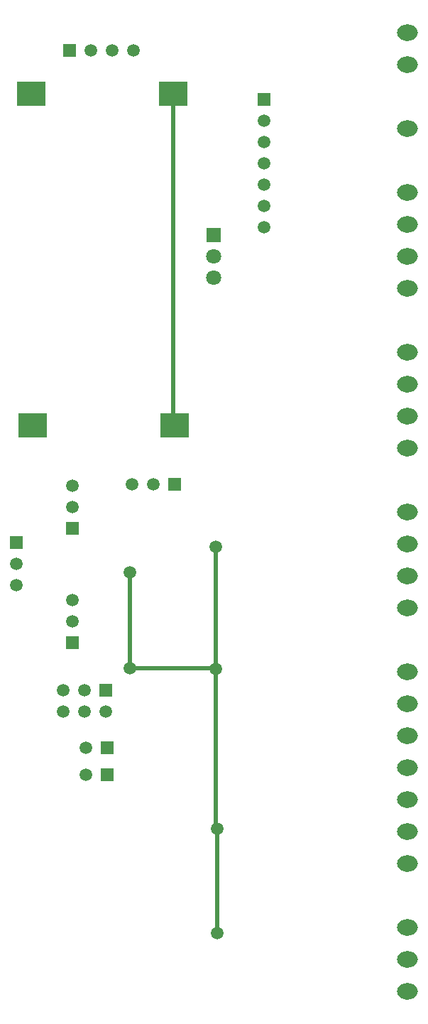
<source format=gbr>
G04 DipTrace 3.3.1.3*
G04 Top.gbr*
%MOIN*%
G04 #@! TF.FileFunction,Copper,L1,Top*
G04 #@! TF.Part,Single*
%AMOUTLINE3*
4,1,20,
0.0,0.03937,
0.015208,0.037443,
0.028926,0.031851,
0.039814,0.023141,
0.046804,0.012166,
0.049213,0.0,
0.046804,-0.012166,
0.039814,-0.023141,
0.028926,-0.031851,
0.015208,-0.037443,
0.0,-0.03937,
-0.015208,-0.037443,
-0.028926,-0.031851,
-0.039814,-0.023141,
-0.046804,-0.012166,
-0.049213,0.0,
-0.046804,0.012166,
-0.039814,0.023141,
-0.028926,0.031851,
-0.015208,0.037443,
0.0,0.03937,
0*%
G04 #@! TA.AperFunction,Conductor*
%ADD13C,0.019685*%
G04 #@! TA.AperFunction,ComponentPad*
%ADD22R,0.059055X0.059055*%
%ADD23C,0.059055*%
%ADD36R,0.137795X0.11811*%
%ADD39R,0.070866X0.070866*%
%ADD40C,0.070866*%
G04 #@! TA.AperFunction,ViaPad*
%ADD41C,0.059055*%
G04 #@! TA.AperFunction,ComponentPad*
%ADD91OUTLINE3*%
%FSLAX26Y26*%
G04*
G70*
G90*
G75*
G01*
G04 Top*
%LPD*%
X1118702Y2612450D2*
D13*
X1118701Y2162450D1*
X1518702D1*
X1524951Y2156201D1*
Y2731201D1*
Y2156201D2*
Y1412450D1*
X1531201Y1406201D1*
X1531202Y918701D2*
Y1406199D1*
X1531201Y1406201D1*
X1324942Y4856211D2*
Y3306211D1*
X1331202Y3299951D1*
D41*
X1118701Y2162450D3*
X1524951Y2156201D3*
X1531201Y1406201D3*
X1531202Y918701D3*
X1524951Y2731201D3*
X1118702Y2612450D3*
D22*
X1749951Y4831201D3*
D23*
Y4731201D3*
Y4631201D3*
Y4531201D3*
Y4431201D3*
Y4331201D3*
Y4231201D3*
D22*
X1006202Y2056201D3*
D23*
Y1956201D3*
X906202Y2056201D3*
Y1956201D3*
X806202Y2056201D3*
Y1956201D3*
D22*
X837450Y5062450D3*
D23*
X937450D3*
X1037450D3*
X1137450D3*
D22*
X587453Y2749953D3*
D23*
Y2649953D3*
Y2549953D3*
D22*
X1012451Y1787450D3*
D23*
X912451D3*
D22*
X1012451Y1662450D3*
D23*
X912451D3*
D22*
X1331202Y3024950D3*
D23*
X1231202D3*
X1131202D3*
D22*
X849951Y2281201D3*
D23*
Y2381201D3*
Y2481201D3*
D22*
Y2818702D3*
D23*
Y2918702D3*
Y3018702D3*
D36*
X1331202Y3299951D3*
X1324942Y4856211D3*
X662462Y3299951D3*
X656202Y4856211D3*
D39*
X1512453Y4193699D3*
D40*
Y3993699D3*
Y4093699D3*
D91*
X2424951Y644735D3*
Y794735D3*
Y944735D3*
Y1244735D3*
Y1394735D3*
Y1544735D3*
Y1694735D3*
Y1844735D3*
Y1994735D3*
Y2144735D3*
Y2594735D3*
Y2444735D3*
Y2744735D3*
Y2894735D3*
Y3194735D3*
Y3344735D3*
Y3494735D3*
Y3644735D3*
Y3944735D3*
Y4094735D3*
Y4244735D3*
Y4394735D3*
Y4694735D3*
Y4994735D3*
Y5144735D3*
M02*

</source>
